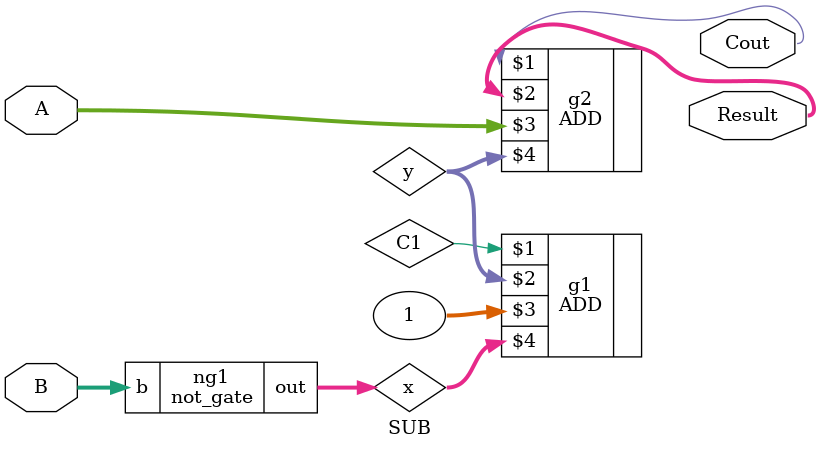
<source format=v>
module not_gate(out,b);
  input signed [63:0]b;
  output signed [63:0]out;
    genvar i;
  generate for(i=0; i<64; i=i+1) 
  begin
    not g1(out[i],b[i]);
  end
    endgenerate
endmodule
  
module SUB(Cout,Result,A,B);
  
  input signed [63:0]A,B;
  output signed [63:0]Result;
  output Cout;
  wire signed [63:0]x;
  not_gate ng1(x,B);
  wire signed [63:0]y;
  wire C1;
  ADD g1(C1,y,1,x);
  ADD g2(Cout,Result,A,y);
  
endmodule

</source>
